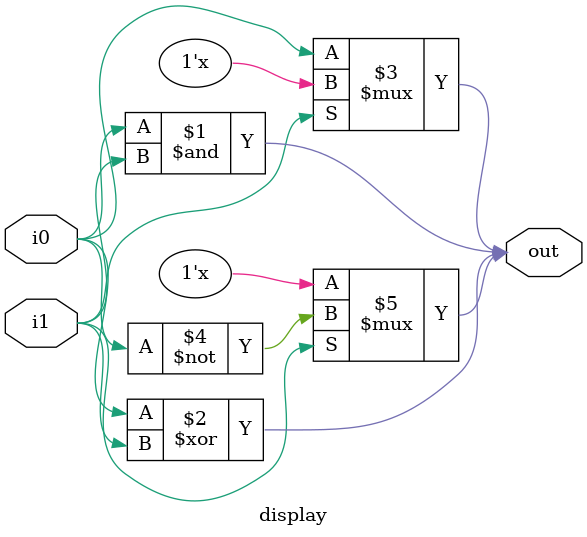
<source format=v>
module display(out, i0, i1);
	input i0,i1;
	output out;
	
	and a(out,i0,i1);
	xor x(out,i0,i1);
	
	// bufif b(out,in,ctrl) --> ctrl=i1
	bufif0 b0(out,i0,i1);
	notif1 n1(out,i0,i1);

endmodule
</source>
